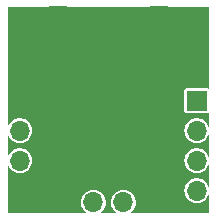
<source format=gbr>
%TF.GenerationSoftware,KiCad,Pcbnew,8.0.0*%
%TF.CreationDate,2024-08-25T13:38:48+02:00*%
%TF.ProjectId,Detector_PTFE,44657465-6374-46f7-925f-505446452e6b,rev?*%
%TF.SameCoordinates,Original*%
%TF.FileFunction,Copper,L2,Bot*%
%TF.FilePolarity,Positive*%
%FSLAX46Y46*%
G04 Gerber Fmt 4.6, Leading zero omitted, Abs format (unit mm)*
G04 Created by KiCad (PCBNEW 8.0.0) date 2024-08-25 13:38:48*
%MOMM*%
%LPD*%
G01*
G04 APERTURE LIST*
%TA.AperFunction,CastellatedPad*%
%ADD10R,1.700000X1.700000*%
%TD*%
%TA.AperFunction,CastellatedPad*%
%ADD11O,1.700000X1.700000*%
%TD*%
%TA.AperFunction,SMDPad,CuDef*%
%ADD12R,1.500000X5.080000*%
%TD*%
%TA.AperFunction,ViaPad*%
%ADD13C,0.400000*%
%TD*%
G04 APERTURE END LIST*
D10*
%TO.P,REF\u002A\u002A,1*%
%TO.N,GNDA*%
X46355000Y-42521939D03*
D11*
%TO.P,REF\u002A\u002A,2*%
%TO.N,ADC1_IN0_DET1*%
X48895000Y-42521939D03*
%TO.P,REF\u002A\u002A,3*%
X51435000Y-42521939D03*
%TO.P,REF\u002A\u002A,4*%
%TO.N,GNDA*%
X53975000Y-42521939D03*
%TD*%
D10*
%TO.P,REF\u002A\u002A,1*%
%TO.N,GNDA*%
X42672000Y-33909000D03*
D11*
%TO.P,REF\u002A\u002A,2*%
%TO.N,Net-(C3-Pad2)*%
X42672000Y-36449000D03*
%TO.P,REF\u002A\u002A,3*%
%TO.N,+5V*%
X42672000Y-38989000D03*
%TO.P,REF\u002A\u002A,4*%
%TO.N,GNDA*%
X42672000Y-41529000D03*
%TD*%
D12*
%TO.P,J1,2,Ext*%
%TO.N,GNDA*%
X45915000Y-28476500D03*
X54415000Y-28476500D03*
%TD*%
D10*
%TO.P,REF\u002A\u002A,1*%
%TO.N,ADC3_IN3_TEMP*%
X57658000Y-33909000D03*
D11*
%TO.P,REF\u002A\u002A,2*%
%TO.N,T_ADJ_1*%
X57658000Y-36449000D03*
%TO.P,REF\u002A\u002A,3*%
%TO.N,+5V*%
X57658000Y-38989000D03*
%TO.P,REF\u002A\u002A,4*%
X57658000Y-41529000D03*
%TD*%
D13*
%TO.N,GNDA*%
X53467000Y-26289000D03*
X53467000Y-30353000D03*
X51308000Y-39243000D03*
X51943000Y-29845000D03*
X48387000Y-28829000D03*
X47625000Y-36449000D03*
X46863000Y-26289000D03*
X44831000Y-31750000D03*
X55499000Y-26289000D03*
X46863000Y-28321000D03*
X51435000Y-33147000D03*
X51943000Y-27813000D03*
X46863000Y-30353000D03*
X48387000Y-26797000D03*
X45085000Y-40005000D03*
X46863000Y-31750000D03*
X44831000Y-30353000D03*
X48895000Y-31369000D03*
X53467000Y-28321000D03*
X51435000Y-31369000D03*
X45847000Y-40894000D03*
X55499000Y-30353000D03*
X48895000Y-33147000D03*
X48895000Y-32258000D03*
X44831000Y-28321000D03*
X48387000Y-27813000D03*
X48387000Y-29845000D03*
X51943000Y-28829000D03*
X44831000Y-26289000D03*
X51943000Y-26797000D03*
X51435000Y-32258000D03*
X55499000Y-28321000D03*
%TD*%
%TA.AperFunction,Conductor*%
%TO.N,GNDA*%
G36*
X58693471Y-26015529D02*
G01*
X58700500Y-26032500D01*
X58700500Y-32907089D01*
X58693471Y-32924060D01*
X58676500Y-32931089D01*
X58659529Y-32924060D01*
X58656545Y-32920424D01*
X58652553Y-32914450D01*
X58652552Y-32914448D01*
X58586231Y-32870133D01*
X58586230Y-32870132D01*
X58586229Y-32870132D01*
X58527752Y-32858500D01*
X58527748Y-32858500D01*
X56788252Y-32858500D01*
X56788247Y-32858500D01*
X56729770Y-32870132D01*
X56663450Y-32914446D01*
X56663446Y-32914450D01*
X56619132Y-32980770D01*
X56607500Y-33039247D01*
X56607500Y-34778752D01*
X56619132Y-34837229D01*
X56619132Y-34837230D01*
X56619133Y-34837231D01*
X56663448Y-34903552D01*
X56729769Y-34947867D01*
X56788252Y-34959500D01*
X56788256Y-34959500D01*
X58527744Y-34959500D01*
X58527748Y-34959500D01*
X58586231Y-34947867D01*
X58652552Y-34903552D01*
X58656545Y-34897575D01*
X58671818Y-34887371D01*
X58689834Y-34890955D01*
X58700039Y-34906228D01*
X58700500Y-34910910D01*
X58700500Y-36105005D01*
X58693471Y-36121976D01*
X58676500Y-36129005D01*
X58659529Y-36121976D01*
X58653534Y-36111973D01*
X58633232Y-36045046D01*
X58535685Y-35862550D01*
X58404410Y-35702590D01*
X58404404Y-35702585D01*
X58404401Y-35702582D01*
X58244458Y-35571321D01*
X58244454Y-35571319D01*
X58244450Y-35571315D01*
X58061954Y-35473768D01*
X57946938Y-35438878D01*
X57863930Y-35413698D01*
X57658005Y-35393417D01*
X57657995Y-35393417D01*
X57452069Y-35413698D01*
X57337050Y-35448589D01*
X57254046Y-35473768D01*
X57254042Y-35473769D01*
X57254042Y-35473770D01*
X57071552Y-35571314D01*
X57071541Y-35571321D01*
X56911598Y-35702582D01*
X56911582Y-35702598D01*
X56780321Y-35862541D01*
X56780316Y-35862548D01*
X56780315Y-35862550D01*
X56682768Y-36045046D01*
X56661148Y-36116319D01*
X56622698Y-36243069D01*
X56602417Y-36448995D01*
X56602417Y-36449004D01*
X56622698Y-36654930D01*
X56647878Y-36737938D01*
X56682768Y-36852954D01*
X56780315Y-37035450D01*
X56780319Y-37035454D01*
X56780321Y-37035458D01*
X56911582Y-37195401D01*
X56911585Y-37195404D01*
X56911590Y-37195410D01*
X56911595Y-37195414D01*
X56911598Y-37195417D01*
X57071541Y-37326678D01*
X57071550Y-37326685D01*
X57254046Y-37424232D01*
X57442574Y-37481420D01*
X57452069Y-37484301D01*
X57657995Y-37504583D01*
X57658000Y-37504583D01*
X57658005Y-37504583D01*
X57863930Y-37484301D01*
X57863932Y-37484300D01*
X57863934Y-37484300D01*
X58061954Y-37424232D01*
X58244450Y-37326685D01*
X58404410Y-37195410D01*
X58535685Y-37035450D01*
X58633232Y-36852954D01*
X58653534Y-36786025D01*
X58665186Y-36771828D01*
X58683467Y-36770027D01*
X58697666Y-36781680D01*
X58700500Y-36792994D01*
X58700500Y-38645005D01*
X58693471Y-38661976D01*
X58676500Y-38669005D01*
X58659529Y-38661976D01*
X58653534Y-38651973D01*
X58633232Y-38585046D01*
X58535685Y-38402550D01*
X58404410Y-38242590D01*
X58404404Y-38242585D01*
X58404401Y-38242582D01*
X58244458Y-38111321D01*
X58244454Y-38111319D01*
X58244450Y-38111315D01*
X58061954Y-38013768D01*
X57946938Y-37978878D01*
X57863930Y-37953698D01*
X57658005Y-37933417D01*
X57657995Y-37933417D01*
X57452069Y-37953698D01*
X57337050Y-37988589D01*
X57254046Y-38013768D01*
X57254042Y-38013769D01*
X57254042Y-38013770D01*
X57071552Y-38111314D01*
X57071541Y-38111321D01*
X56911598Y-38242582D01*
X56911582Y-38242598D01*
X56780321Y-38402541D01*
X56780316Y-38402548D01*
X56780315Y-38402550D01*
X56682768Y-38585046D01*
X56661148Y-38656319D01*
X56622698Y-38783069D01*
X56602417Y-38988995D01*
X56602417Y-38989004D01*
X56622698Y-39194930D01*
X56647878Y-39277938D01*
X56682768Y-39392954D01*
X56780315Y-39575450D01*
X56780319Y-39575454D01*
X56780321Y-39575458D01*
X56911582Y-39735401D01*
X56911585Y-39735404D01*
X56911590Y-39735410D01*
X56911595Y-39735414D01*
X56911598Y-39735417D01*
X57071541Y-39866678D01*
X57071550Y-39866685D01*
X57254046Y-39964232D01*
X57442574Y-40021420D01*
X57452069Y-40024301D01*
X57657995Y-40044583D01*
X57658000Y-40044583D01*
X57658005Y-40044583D01*
X57863930Y-40024301D01*
X57863932Y-40024300D01*
X57863934Y-40024300D01*
X58061954Y-39964232D01*
X58244450Y-39866685D01*
X58404410Y-39735410D01*
X58535685Y-39575450D01*
X58633232Y-39392954D01*
X58653534Y-39326025D01*
X58665186Y-39311828D01*
X58683467Y-39310027D01*
X58697666Y-39321680D01*
X58700500Y-39332994D01*
X58700500Y-41185005D01*
X58693471Y-41201976D01*
X58676500Y-41209005D01*
X58659529Y-41201976D01*
X58653534Y-41191973D01*
X58633232Y-41125046D01*
X58535685Y-40942550D01*
X58404410Y-40782590D01*
X58404404Y-40782585D01*
X58404401Y-40782582D01*
X58244458Y-40651321D01*
X58244454Y-40651319D01*
X58244450Y-40651315D01*
X58061954Y-40553768D01*
X57946938Y-40518878D01*
X57863930Y-40493698D01*
X57658005Y-40473417D01*
X57657995Y-40473417D01*
X57452069Y-40493698D01*
X57337050Y-40528589D01*
X57254046Y-40553768D01*
X57254042Y-40553769D01*
X57254042Y-40553770D01*
X57071552Y-40651314D01*
X57071541Y-40651321D01*
X56911598Y-40782582D01*
X56911582Y-40782598D01*
X56780321Y-40942541D01*
X56780316Y-40942548D01*
X56780315Y-40942550D01*
X56682768Y-41125046D01*
X56659432Y-41201976D01*
X56622698Y-41323069D01*
X56602417Y-41528995D01*
X56602417Y-41529004D01*
X56622698Y-41734930D01*
X56647878Y-41817938D01*
X56682768Y-41932954D01*
X56780315Y-42115450D01*
X56780319Y-42115454D01*
X56780321Y-42115458D01*
X56911582Y-42275401D01*
X56911585Y-42275404D01*
X56911590Y-42275410D01*
X56911595Y-42275414D01*
X56911598Y-42275417D01*
X56961055Y-42316005D01*
X57071550Y-42406685D01*
X57254046Y-42504232D01*
X57442574Y-42561420D01*
X57452069Y-42564301D01*
X57657995Y-42584583D01*
X57658000Y-42584583D01*
X57658005Y-42584583D01*
X57863930Y-42564301D01*
X57863932Y-42564300D01*
X57863934Y-42564300D01*
X58061954Y-42504232D01*
X58244450Y-42406685D01*
X58404410Y-42275410D01*
X58535685Y-42115450D01*
X58633232Y-41932954D01*
X58653534Y-41866025D01*
X58665186Y-41851828D01*
X58683467Y-41850027D01*
X58697666Y-41861680D01*
X58700500Y-41872994D01*
X58700500Y-43436500D01*
X58693471Y-43453471D01*
X58676500Y-43460500D01*
X52003372Y-43460500D01*
X51986401Y-43453471D01*
X51979372Y-43436500D01*
X51986401Y-43419529D01*
X51992055Y-43415335D01*
X52021450Y-43399624D01*
X52181410Y-43268349D01*
X52312685Y-43108389D01*
X52410232Y-42925893D01*
X52470300Y-42727873D01*
X52470300Y-42727871D01*
X52470301Y-42727869D01*
X52490583Y-42521943D01*
X52490583Y-42521934D01*
X52470301Y-42316008D01*
X52457988Y-42275417D01*
X52410232Y-42117985D01*
X52312685Y-41935489D01*
X52261397Y-41872994D01*
X52181417Y-41775537D01*
X52181414Y-41775534D01*
X52181410Y-41775529D01*
X52181404Y-41775524D01*
X52181401Y-41775521D01*
X52021458Y-41644260D01*
X52021454Y-41644258D01*
X52021450Y-41644254D01*
X51838954Y-41546707D01*
X51723938Y-41511817D01*
X51640930Y-41486637D01*
X51435005Y-41466356D01*
X51434995Y-41466356D01*
X51229069Y-41486637D01*
X51114050Y-41521528D01*
X51031046Y-41546707D01*
X51031042Y-41546708D01*
X51031042Y-41546709D01*
X50848552Y-41644253D01*
X50848541Y-41644260D01*
X50688598Y-41775521D01*
X50688582Y-41775537D01*
X50557321Y-41935480D01*
X50557314Y-41935491D01*
X50461125Y-42115447D01*
X50459768Y-42117985D01*
X50434589Y-42200989D01*
X50399698Y-42316008D01*
X50379417Y-42521934D01*
X50379417Y-42521943D01*
X50399698Y-42727869D01*
X50424878Y-42810877D01*
X50459768Y-42925893D01*
X50557315Y-43108389D01*
X50557319Y-43108393D01*
X50557321Y-43108397D01*
X50688582Y-43268340D01*
X50688585Y-43268343D01*
X50688590Y-43268349D01*
X50688595Y-43268353D01*
X50688598Y-43268356D01*
X50848541Y-43399617D01*
X50848550Y-43399624D01*
X50877942Y-43415334D01*
X50889595Y-43429533D01*
X50887794Y-43447814D01*
X50873595Y-43459467D01*
X50866628Y-43460500D01*
X49463372Y-43460500D01*
X49446401Y-43453471D01*
X49439372Y-43436500D01*
X49446401Y-43419529D01*
X49452055Y-43415335D01*
X49481450Y-43399624D01*
X49641410Y-43268349D01*
X49772685Y-43108389D01*
X49870232Y-42925893D01*
X49930300Y-42727873D01*
X49930300Y-42727871D01*
X49930301Y-42727869D01*
X49950583Y-42521943D01*
X49950583Y-42521934D01*
X49930301Y-42316008D01*
X49917988Y-42275417D01*
X49870232Y-42117985D01*
X49772685Y-41935489D01*
X49721397Y-41872994D01*
X49641417Y-41775537D01*
X49641414Y-41775534D01*
X49641410Y-41775529D01*
X49641404Y-41775524D01*
X49641401Y-41775521D01*
X49481458Y-41644260D01*
X49481454Y-41644258D01*
X49481450Y-41644254D01*
X49298954Y-41546707D01*
X49183938Y-41511817D01*
X49100930Y-41486637D01*
X48895005Y-41466356D01*
X48894995Y-41466356D01*
X48689069Y-41486637D01*
X48574050Y-41521528D01*
X48491046Y-41546707D01*
X48491042Y-41546708D01*
X48491042Y-41546709D01*
X48308552Y-41644253D01*
X48308541Y-41644260D01*
X48148598Y-41775521D01*
X48148582Y-41775537D01*
X48017321Y-41935480D01*
X48017314Y-41935491D01*
X47921125Y-42115447D01*
X47919768Y-42117985D01*
X47894589Y-42200989D01*
X47859698Y-42316008D01*
X47839417Y-42521934D01*
X47839417Y-42521943D01*
X47859698Y-42727869D01*
X47884878Y-42810877D01*
X47919768Y-42925893D01*
X48017315Y-43108389D01*
X48017319Y-43108393D01*
X48017321Y-43108397D01*
X48148582Y-43268340D01*
X48148585Y-43268343D01*
X48148590Y-43268349D01*
X48148595Y-43268353D01*
X48148598Y-43268356D01*
X48308541Y-43399617D01*
X48308550Y-43399624D01*
X48337942Y-43415334D01*
X48349595Y-43429533D01*
X48347794Y-43447814D01*
X48333595Y-43459467D01*
X48326628Y-43460500D01*
X41653500Y-43460500D01*
X41636529Y-43453471D01*
X41629500Y-43436500D01*
X41629500Y-39332994D01*
X41636529Y-39316023D01*
X41653500Y-39308994D01*
X41670471Y-39316023D01*
X41676465Y-39326024D01*
X41696768Y-39392954D01*
X41794315Y-39575450D01*
X41794319Y-39575454D01*
X41794321Y-39575458D01*
X41925582Y-39735401D01*
X41925585Y-39735404D01*
X41925590Y-39735410D01*
X41925595Y-39735414D01*
X41925598Y-39735417D01*
X42085541Y-39866678D01*
X42085550Y-39866685D01*
X42268046Y-39964232D01*
X42456574Y-40021420D01*
X42466069Y-40024301D01*
X42671995Y-40044583D01*
X42672000Y-40044583D01*
X42672005Y-40044583D01*
X42877930Y-40024301D01*
X42877932Y-40024300D01*
X42877934Y-40024300D01*
X43075954Y-39964232D01*
X43258450Y-39866685D01*
X43418410Y-39735410D01*
X43549685Y-39575450D01*
X43647232Y-39392954D01*
X43707300Y-39194934D01*
X43707300Y-39194932D01*
X43707301Y-39194930D01*
X43727583Y-38989004D01*
X43727583Y-38988995D01*
X43707301Y-38783069D01*
X43704420Y-38773574D01*
X43647232Y-38585046D01*
X43549685Y-38402550D01*
X43418410Y-38242590D01*
X43418404Y-38242585D01*
X43418401Y-38242582D01*
X43258458Y-38111321D01*
X43258454Y-38111319D01*
X43258450Y-38111315D01*
X43075954Y-38013768D01*
X42960938Y-37978878D01*
X42877930Y-37953698D01*
X42672005Y-37933417D01*
X42671995Y-37933417D01*
X42466069Y-37953698D01*
X42351050Y-37988589D01*
X42268046Y-38013768D01*
X42268042Y-38013769D01*
X42268042Y-38013770D01*
X42085552Y-38111314D01*
X42085541Y-38111321D01*
X41925598Y-38242582D01*
X41925582Y-38242598D01*
X41794321Y-38402541D01*
X41794316Y-38402548D01*
X41794315Y-38402550D01*
X41696768Y-38585046D01*
X41676466Y-38651973D01*
X41664814Y-38666171D01*
X41646533Y-38667972D01*
X41632334Y-38656319D01*
X41629500Y-38645005D01*
X41629500Y-36792994D01*
X41636529Y-36776023D01*
X41653500Y-36768994D01*
X41670471Y-36776023D01*
X41676465Y-36786024D01*
X41696768Y-36852954D01*
X41794315Y-37035450D01*
X41794319Y-37035454D01*
X41794321Y-37035458D01*
X41925582Y-37195401D01*
X41925585Y-37195404D01*
X41925590Y-37195410D01*
X41925595Y-37195414D01*
X41925598Y-37195417D01*
X42085541Y-37326678D01*
X42085550Y-37326685D01*
X42268046Y-37424232D01*
X42456574Y-37481420D01*
X42466069Y-37484301D01*
X42671995Y-37504583D01*
X42672000Y-37504583D01*
X42672005Y-37504583D01*
X42877930Y-37484301D01*
X42877932Y-37484300D01*
X42877934Y-37484300D01*
X43075954Y-37424232D01*
X43258450Y-37326685D01*
X43418410Y-37195410D01*
X43549685Y-37035450D01*
X43647232Y-36852954D01*
X43707300Y-36654934D01*
X43707300Y-36654932D01*
X43707301Y-36654930D01*
X43727583Y-36449004D01*
X43727583Y-36448995D01*
X43707301Y-36243069D01*
X43704420Y-36233574D01*
X43647232Y-36045046D01*
X43549685Y-35862550D01*
X43418410Y-35702590D01*
X43418404Y-35702585D01*
X43418401Y-35702582D01*
X43258458Y-35571321D01*
X43258454Y-35571319D01*
X43258450Y-35571315D01*
X43075954Y-35473768D01*
X42960938Y-35438878D01*
X42877930Y-35413698D01*
X42672005Y-35393417D01*
X42671995Y-35393417D01*
X42466069Y-35413698D01*
X42351050Y-35448589D01*
X42268046Y-35473768D01*
X42268042Y-35473769D01*
X42268042Y-35473770D01*
X42085552Y-35571314D01*
X42085541Y-35571321D01*
X41925598Y-35702582D01*
X41925582Y-35702598D01*
X41794321Y-35862541D01*
X41794316Y-35862548D01*
X41794315Y-35862550D01*
X41696768Y-36045046D01*
X41676466Y-36111973D01*
X41664814Y-36126171D01*
X41646533Y-36127972D01*
X41632334Y-36116319D01*
X41629500Y-36105005D01*
X41629500Y-26032500D01*
X41636529Y-26015529D01*
X41653500Y-26008500D01*
X58676500Y-26008500D01*
X58693471Y-26015529D01*
G37*
%TD.AperFunction*%
%TD*%
M02*

</source>
